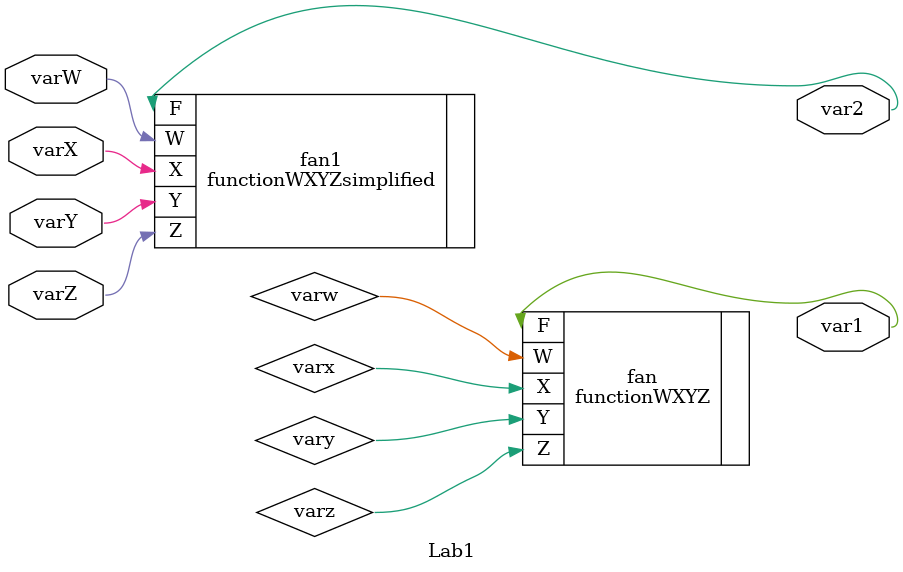
<source format=sv>
module Lab1(

input logic varW, varX, varY, varZ, 
output logic var1, var2
);

functionWXYZ fan(.F(var1),.W(varw), .X(varx), .Y(vary), .Z(varz)); 
functionWXYZsimplified fan1(.F(var2), .W(varW), .X(varX), .Y(varY), .Z(varZ));

endmodule
</source>
